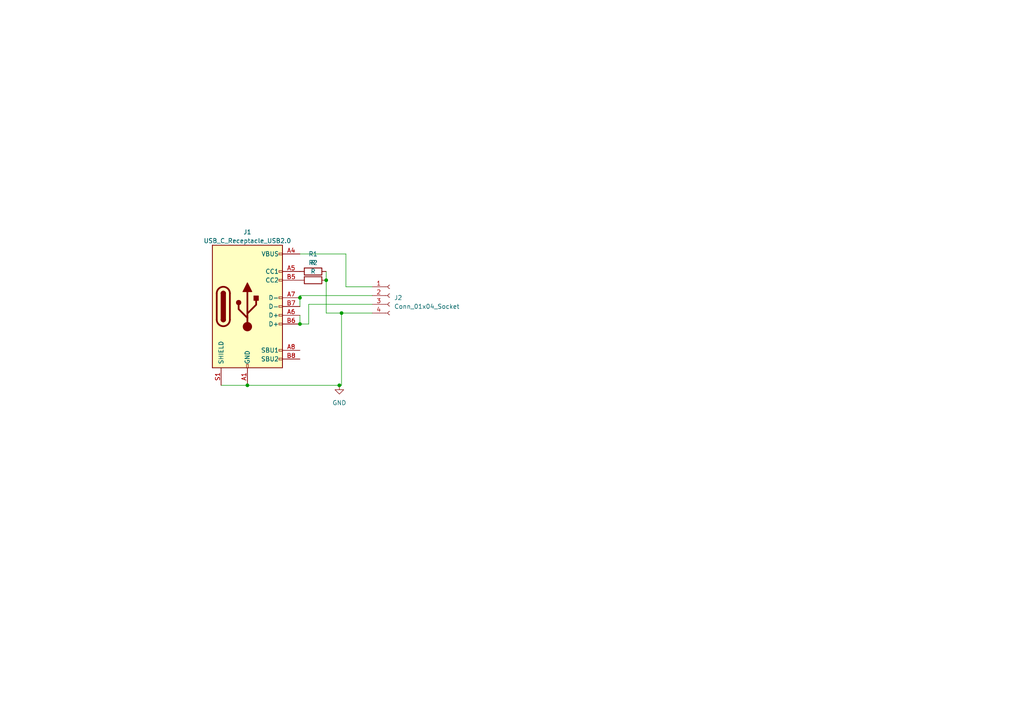
<source format=kicad_sch>
(kicad_sch (version 20230121) (generator eeschema)
  (paper "A4")
  (lib_symbols
    (symbol "Connector:Conn_01x04_Socket" (pin_names (offset 1.016) hide)
      (property "Reference" "J" (at 0 5.08 0))
      (property "Value" "Conn_01x04_Socket" (at 0 -7.62 0))
      (symbol "Conn_01x04_Socket_1_1"
        (arc (start 0 -4.572) (mid -0.5058 -5.08) (end 0 -5.588) (stroke (width 0.1524)))
        (arc (start 0 -2.032) (mid -0.5058 -2.54) (end 0 -3.048) (stroke (width 0.1524)))
        (polyline (pts (xy -1.27 -5.08) (xy -0.508 -5.08)) (stroke (width 0.1524)))
        (polyline (pts (xy -1.27 -2.54) (xy -0.508 -2.54)) (stroke (width 0.1524)))
        (polyline (pts (xy -1.27 0) (xy -0.508 0)) (stroke (width 0.1524)))
        (polyline (pts (xy -1.27 2.54) (xy -0.508 2.54)) (stroke (width 0.1524)))
        (arc (start 0 0.508) (mid -0.5058 0) (end 0 -0.508) (stroke (width 0.1524)))
        (arc (start 0 3.048) (mid -0.5058 2.54) (end 0 2.032) (stroke (width 0.1524)))
        (pin passive line (at -5.08 2.54 0) (length 3.81) (name "Pin_1") (number "1"))
        (pin passive line (at -5.08 0 0) (length 3.81) (name "Pin_2") (number "2"))
        (pin passive line (at -5.08 -2.54 0) (length 3.81) (name "Pin_3") (number "3"))
        (pin passive line (at -5.08 -5.08 0) (length 3.81) (name "Pin_4") (number "4"))
      )
    )
    (symbol "Connector:USB_C_Receptacle_USB2.0" (pin_names (offset 1.016))
      (property "Reference" "J" (at -10.16 19.05 0))
      (property "Value" "USB_C_Receptacle_USB2.0" (at 19.05 19.05 0))
      (symbol "USB_C_Receptacle_USB2.0_0_0"
        (rectangle (start -0.254 -17.78) (end 0.254 -16.764))
        (rectangle (start 10.16 -14.986) (end 9.144 -15.494))
        (rectangle (start 10.16 -12.446) (end 9.144 -12.954))
        (rectangle (start 10.16 -4.826) (end 9.144 -5.334))
        (rectangle (start 10.16 -2.286) (end 9.144 -2.794))
        (rectangle (start 10.16 0.254) (end 9.144 -0.254))
        (rectangle (start 10.16 2.794) (end 9.144 2.286))
        (rectangle (start 10.16 7.874) (end 9.144 7.366))
        (rectangle (start 10.16 10.414) (end 9.144 9.906))
        (rectangle (start 10.16 15.494) (end 9.144 14.986))
      )
      (symbol "USB_C_Receptacle_USB2.0_0_1"
        (rectangle (start -10.16 17.78) (end 10.16 -17.78) (stroke (width 0.254)) (fill (type background)))
        (arc (start -8.89 -3.81) (mid -6.985 -5.7067) (end -5.08 -3.81) (stroke (width 0.508)))
        (arc (start -7.62 -3.81) (mid -6.985 -4.4423) (end -6.35 -3.81) (stroke (width 0.254)))
        (arc (start -7.62 -3.81) (mid -6.985 -4.4423) (end -6.35 -3.81) (stroke (width 0.254)) (fill (type outline)))
        (rectangle (start -7.62 -3.81) (end -6.35 3.81) (stroke (width 0.254)) (fill (type outline)))
        (arc (start -6.35 3.81) (mid -6.985 4.4423) (end -7.62 3.81) (stroke (width 0.254)))
        (arc (start -6.35 3.81) (mid -6.985 4.4423) (end -7.62 3.81) (stroke (width 0.254)) (fill (type outline)))
        (arc (start -5.08 3.81) (mid -6.985 5.7067) (end -8.89 3.81) (stroke (width 0.508)))
        (circle (center -2.54 1.143) (radius 0.635) (stroke (width 0.254)) (fill (type outline)))
        (circle (center 0 -5.842) (radius 1.27) (fill (type outline)))
        (polyline (pts (xy -8.89 -3.81) (xy -8.89 3.81)) (stroke (width 0.508)))
        (polyline (pts (xy -5.08 3.81) (xy -5.08 -3.81)) (stroke (width 0.508)))
        (polyline (pts (xy 0 -5.842) (xy 0 4.318)) (stroke (width 0.508)))
        (polyline (pts (xy 0 -3.302) (xy -2.54 -0.762) (xy -2.54 0.508)) (stroke (width 0.508)))
        (polyline (pts (xy 0 -2.032) (xy 2.54 0.508) (xy 2.54 1.778)) (stroke (width 0.508)))
        (polyline (pts (xy -1.27 4.318) (xy 0 6.858) (xy 1.27 4.318) (xy -1.27 4.318)) (stroke (width 0.254)) (fill (type outline)))
        (rectangle (start 1.905 1.778) (end 3.175 3.048) (stroke (width 0.254)) (fill (type outline)))
      )
      (symbol "USB_C_Receptacle_USB2.0_1_1"
        (pin passive line (at 0 -22.86 90) (length 5.08) (name "GND") (number "A1"))
        (pin passive line (at 0 -22.86 90) (length 5.08) hide (name "GND") (number "A12"))
        (pin passive line (at 15.24 15.24 180) (length 5.08) (name "VBUS") (number "A4"))
        (pin bidirectional line (at 15.24 10.16 180) (length 5.08) (name "CC1") (number "A5"))
        (pin bidirectional line (at 15.24 -2.54 180) (length 5.08) (name "D+") (number "A6"))
        (pin bidirectional line (at 15.24 2.54 180) (length 5.08) (name "D-") (number "A7"))
        (pin bidirectional line (at 15.24 -12.7 180) (length 5.08) (name "SBU1") (number "A8"))
        (pin passive line (at 15.24 15.24 180) (length 5.08) hide (name "VBUS") (number "A9"))
        (pin passive line (at 0 -22.86 90) (length 5.08) hide (name "GND") (number "B1"))
        (pin passive line (at 0 -22.86 90) (length 5.08) hide (name "GND") (number "B12"))
        (pin passive line (at 15.24 15.24 180) (length 5.08) hide (name "VBUS") (number "B4"))
        (pin bidirectional line (at 15.24 7.62 180) (length 5.08) (name "CC2") (number "B5"))
        (pin bidirectional line (at 15.24 -5.08 180) (length 5.08) (name "D+") (number "B6"))
        (pin bidirectional line (at 15.24 0 180) (length 5.08) (name "D-") (number "B7"))
        (pin bidirectional line (at 15.24 -15.24 180) (length 5.08) (name "SBU2") (number "B8"))
        (pin passive line (at 15.24 15.24 180) (length 5.08) hide (name "VBUS") (number "B9"))
        (pin passive line (at -7.62 -22.86 90) (length 5.08) (name "SHIELD") (number "S1"))
      )
    )
    (symbol "Device:R" (pin_numbers hide) (pin_names (offset 0))
      (property "Reference" "R" (at 2.032 0 90))
      (property "Value" "R" (at 0 0 90))
      (symbol "R_0_1"
        (rectangle (start -1.016 -2.54) (end 1.016 2.54) (stroke (width 0.254)))
      )
      (symbol "R_1_1"
        (pin passive line (at 0 3.81 270) (length 1.27) (name "~") (number "1"))
        (pin passive line (at 0 -3.81 90) (length 1.27) (name "~") (number "2"))
      )
    )
    (symbol "power:GND" (power) (pin_names (offset 0))
      (property "Value" "GND" (at 0 -3.81 0))
      (symbol "GND_0_1"
        (polyline (pts (xy 0 0) (xy 0 -1.27) (xy 1.27 -1.27) (xy 0 -2.54) (xy -1.27 -1.27) (xy 0 -1.27)))
      )
      (symbol "GND_1_1"
        (pin power_in line (at 0 0 270) (length 0) hide (name "GND") (number "1"))
      )
    )
  )
  (junction (at 94.615 81.28))
  (junction (at 99.06 90.805))
  (junction (at 98.425 111.76))
  (junction (at 86.995 93.98))
  (junction (at 71.755 111.76))
  (junction (at 86.995 86.36))
  (wire (pts (xy 89.535 88.265) (xy 89.535 93.98)))
  (wire (pts (xy 64.135 111.76) (xy 71.755 111.76)))
  (wire (pts (xy 107.95 85.725) (xy 86.995 85.725)))
  (wire (pts (xy 86.995 85.725) (xy 86.995 86.36)))
  (wire (pts (xy 86.995 73.66) (xy 100.33 73.66)))
  (wire (pts (xy 94.615 81.28) (xy 94.615 78.74)))
  (wire (pts (xy 86.995 86.36) (xy 86.995 88.9)))
  (wire (pts (xy 100.33 73.66) (xy 100.33 83.185)))
  (wire (pts (xy 107.95 90.805) (xy 99.06 90.805)))
  (wire (pts (xy 107.95 88.265) (xy 89.535 88.265)))
  (wire (pts (xy 98.425 111.76) (xy 71.755 111.76)))
  (wire (pts (xy 99.06 90.805) (xy 94.615 90.805)))
  (wire (pts (xy 89.535 93.98) (xy 86.995 93.98)))
  (wire (pts (xy 86.995 91.44) (xy 86.995 93.98)))
  (wire (pts (xy 94.615 90.805) (xy 94.615 81.28)))
  (wire (pts (xy 99.06 111.76) (xy 98.425 111.76)))
  (wire (pts (xy 100.33 83.185) (xy 107.95 83.185)))
  (wire (pts (xy 99.06 90.805) (xy 99.06 111.76)))
  (symbol (lib_id "power:GND") (at 98.425 111.76 0) (unit 1)
    (property "Reference" "#PWR01" (effects hide))
    (property "Value" "GND" (at 98.425 116.84 0))
  )
  (symbol (lib_id "Device:R") (at 90.805 78.74 90) (unit 1)
    (property "Reference" "R1" (at 90.805 73.66 90))
    (property "Value" "R" (at 90.805 76.2 90))
    (property "Footprint" "Resistor_SMD:R_0603_1608Metric_Pad0.98x0.95mm_HandSolder" (effects hide))
  )
  (symbol (lib_id "Connector:Conn_01x04_Socket") (at 113.03 85.725 0) (unit 1)
    (property "Reference" "J2" (at 114.3 86.36 0) (effects (justify left)))
    (property "Value" "Conn_01x04_Socket" (at 114.3 88.9 0) (effects (justify left)))
    (property "Footprint" "Connector_JST:JST_SH_BM04B-SRSS-TB_1x04-1MP_P1.00mm_Vertical" (effects hide))
  )
  (symbol (lib_id "Device:R") (at 90.805 81.28 90) (unit 1)
    (property "Reference" "R2" (at 90.805 76.2 90))
    (property "Value" "R" (at 90.805 78.74 90))
    (property "Footprint" "Resistor_SMD:R_0603_1608Metric_Pad0.98x0.95mm_HandSolder" (effects hide))
  )
  (symbol (lib_id "Connector:USB_C_Receptacle_USB2.0") (at 71.755 88.9 0) (unit 1)
    (property "Reference" "J1" (at 71.755 67.31 0))
    (property "Value" "USB_C_Receptacle_USB2.0" (at 71.755 69.85 0))
    (property "Footprint" "Connector_USB:USB_C_Receptacle_HRO_TYPE-C-31-M-12" (effects hide))
    (property "Datasheet" "https://www.usb.org/sites/default/files/documents/usb_type-c.zip" (effects hide))
  )
)
</source>
